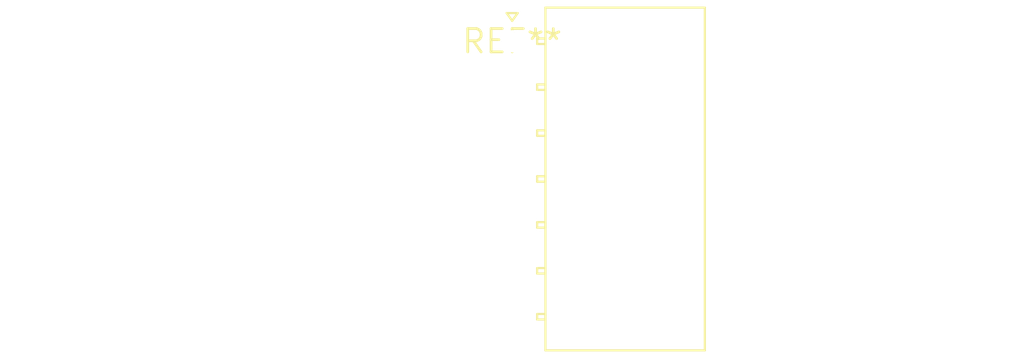
<source format=kicad_pcb>
(kicad_pcb (version 20240108) (generator pcbnew)
  (layers (0 "F.Cu" signal) (31 "B.Cu" signal) (34 "B.Paste" user) (35 "F.Paste" user) (36 "B.SilkS" user "B.Silkscreen") (37 "F.SilkS" user "F.Silkscreen") (38 "B.Mask" user) (39 "F.Mask" user) (44 "Edge.Cuts" user))
  (net 0 "")
  (footprint "Molex_Nano-Fit_105313-xx07_1x07_P2.50mm_Horizontal" (layer "F.Cu") (at 0 0)
    (property "Reference" "REF**")
    (property "Value" "Molex_Nano-Fit_105313-xx07_1x07_P2.50mm_Horizontal")
    (fp_line (start -0.3 -1.534264) (end 0 -1.11) (layer "F.SilkS") (stroke (width 0.12)))
    (fp_line (start 0 -1.11) (end 0.3 -1.534264) (layer "F.SilkS") (stroke (width 0.12)))
    (fp_line (start 0.3 -1.534264) (end -0.3 -1.534264) (layer "F.SilkS") (stroke (width 0.12)))
    (fp_line (start 1.36 -0.15) (end 1.36 0.15) (layer "F.SilkS") (stroke (width 0.12)))
    (fp_line (start 1.36 0.15) (end 1.81 0.15) (layer "F.SilkS") (stroke (width 0.12)))
    (fp_line (start 1.36 2.35) (end 1.36 2.65) (layer "F.SilkS") (stroke (width 0.12)))
    (fp_line (start 1.36 2.65) (end 1.81 2.65) (layer "F.SilkS") (stroke (width 0.12)))
    (fp_line (start 1.36 4.85) (end 1.36 5.15) (layer "F.SilkS") (stroke (width 0.12)))
    (fp_line (start 1.36 5.15) (end 1.81 5.15) (layer "F.SilkS") (stroke (width 0.12)))
    (fp_line (start 1.36 7.35) (end 1.36 7.65) (layer "F.SilkS") (stroke (width 0.12)))
    (fp_line (start 1.36 7.65) (end 1.81 7.65) (layer "F.SilkS") (stroke (width 0.12)))
    (fp_line (start 1.36 9.85) (end 1.36 10.15) (layer "F.SilkS") (stroke (width 0.12)))
    (fp_line (start 1.36 10.15) (end 1.81 10.15) (layer "F.SilkS") (stroke (width 0.12)))
    (fp_line (start 1.36 12.35) (end 1.36 12.65) (layer "F.SilkS") (stroke (width 0.12)))
    (fp_line (start 1.36 12.65) (end 1.81 12.65) (layer "F.SilkS") (stroke (width 0.12)))
    (fp_line (start 1.36 14.85) (end 1.36 15.15) (layer "F.SilkS") (stroke (width 0.12)))
    (fp_line (start 1.36 15.15) (end 1.81 15.15) (layer "F.SilkS") (stroke (width 0.12)))
    (fp_line (start 1.81 -1.83) (end 1.81 16.83) (layer "F.SilkS") (stroke (width 0.12)))
    (fp_line (start 1.81 -0.15) (end 1.36 -0.15) (layer "F.SilkS") (stroke (width 0.12)))
    (fp_line (start 1.81 0.15) (end 1.81 -0.15) (layer "F.SilkS") (stroke (width 0.12)))
    (fp_line (start 1.81 2.35) (end 1.36 2.35) (layer "F.SilkS") (stroke (width 0.12)))
    (fp_line (start 1.81 2.65) (end 1.81 2.35) (layer "F.SilkS") (stroke (width 0.12)))
    (fp_line (start 1.81 4.85) (end 1.36 4.85) (layer "F.SilkS") (stroke (width 0.12)))
    (fp_line (start 1.81 5.15) (end 1.81 4.85) (layer "F.SilkS") (stroke (width 0.12)))
    (fp_line (start 1.81 7.35) (end 1.36 7.35) (layer "F.SilkS") (stroke (width 0.12)))
    (fp_line (start 1.81 7.65) (end 1.81 7.35) (layer "F.SilkS") (stroke (width 0.12)))
    (fp_line (start 1.81 9.85) (end 1.36 9.85) (layer "F.SilkS") (stroke (width 0.12)))
    (fp_line (start 1.81 10.15) (end 1.81 9.85) (layer "F.SilkS") (stroke (width 0.12)))
    (fp_line (start 1.81 12.35) (end 1.36 12.35) (layer "F.SilkS") (stroke (width 0.12)))
    (fp_line (start 1.81 12.65) (end 1.81 12.35) (layer "F.SilkS") (stroke (width 0.12)))
    (fp_line (start 1.81 14.85) (end 1.36 14.85) (layer "F.SilkS") (stroke (width 0.12)))
    (fp_line (start 1.81 15.15) (end 1.81 14.85) (layer "F.SilkS") (stroke (width 0.12)))
    (fp_line (start 1.81 16.83) (end 10.49 16.83) (layer "F.SilkS") (stroke (width 0.12)))
    (fp_line (start 10.49 -1.83) (end 1.81 -1.83) (layer "F.SilkS") (stroke (width 0.12)))
    (fp_line (start 10.49 16.83) (end 10.49 -1.83) (layer "F.SilkS") (stroke (width 0.12)))
    (pad "" np_thru_hole circle (at 7.18 0) (size 1.7 1.7) (drill 1.7) (layers *.Cu *.Mask))
    (pad "" np_thru_hole circle (at 7.18 15) (size 1.7 1.7) (drill 1.7) (layers *.Cu *.Mask))
    (pad "1" thru_hole roundrect (at 0 0) (size 2.2 1.7) (drill 1.2) (layers *.Cu *.Mask) (remove_unused_layers) (roundrect_rratio 0.147059))
    (pad "2" thru_hole oval (at 0 2.5) (size 2.2 1.7) (drill 1.2) (layers *.Cu *.Mask) (remove_unused_layers))
    (pad "3" thru_hole oval (at 0 5) (size 2.2 1.7) (drill 1.2) (layers *.Cu *.Mask) (remove_unused_layers))
    (pad "4" thru_hole oval (at 0 7.5) (size 2.2 1.7) (drill 1.2) (layers *.Cu *.Mask) (remove_unused_layers))
    (pad "5" thru_hole oval (at 0 10) (size 2.2 1.7) (drill 1.2) (layers *.Cu *.Mask) (remove_unused_layers))
    (pad "6" thru_hole oval (at 0 12.5) (size 2.2 1.7) (drill 1.2) (layers *.Cu *.Mask) (remove_unused_layers))
    (pad "7" thru_hole oval (at 0 15) (size 2.2 1.7) (drill 1.2) (layers *.Cu *.Mask) (remove_unused_layers))
  )
)
</source>
